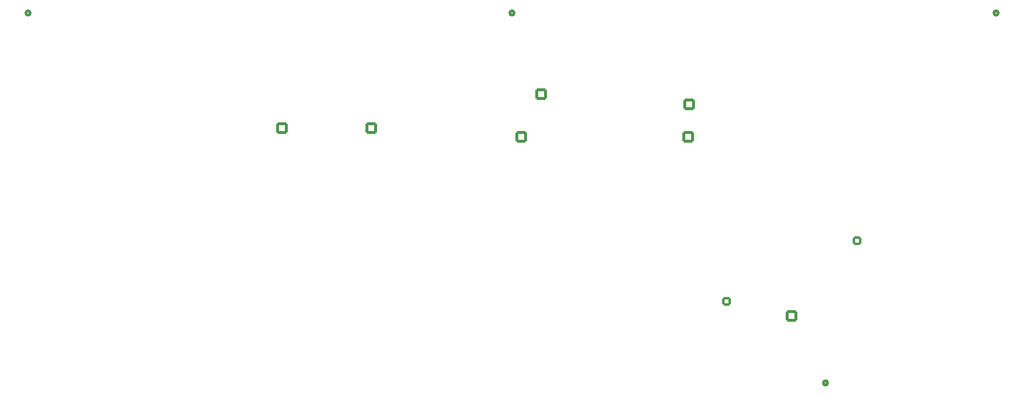
<source format=gbr>
%TF.GenerationSoftware,KiCad,Pcbnew,9.0.7*%
%TF.CreationDate,2026-02-10T17:00:28-08:00*%
%TF.ProjectId,VCU_v2,5643555f-7632-42e6-9b69-6361645f7063,rev?*%
%TF.SameCoordinates,Original*%
%TF.FileFunction,Legend,Bot*%
%TF.FilePolarity,Positive*%
%FSLAX46Y46*%
G04 Gerber Fmt 4.6, Leading zero omitted, Abs format (unit mm)*
G04 Created by KiCad (PCBNEW 9.0.7) date 2026-02-10 17:00:28*
%MOMM*%
%LPD*%
G01*
G04 APERTURE LIST*
G04 Aperture macros list*
%AMRoundRect*
0 Rectangle with rounded corners*
0 $1 Rounding radius*
0 $2 $3 $4 $5 $6 $7 $8 $9 X,Y pos of 4 corners*
0 Add a 4 corners polygon primitive as box body*
4,1,4,$2,$3,$4,$5,$6,$7,$8,$9,$2,$3,0*
0 Add four circle primitives for the rounded corners*
1,1,$1+$1,$2,$3*
1,1,$1+$1,$4,$5*
1,1,$1+$1,$6,$7*
1,1,$1+$1,$8,$9*
0 Add four rect primitives between the rounded corners*
20,1,$1+$1,$2,$3,$4,$5,0*
20,1,$1+$1,$4,$5,$6,$7,0*
20,1,$1+$1,$6,$7,$8,$9,0*
20,1,$1+$1,$8,$9,$2,$3,0*%
G04 Aperture macros list end*
%ADD10C,0.508000*%
%ADD11C,3.600000*%
%ADD12C,5.700000*%
%ADD13RoundRect,0.250000X0.750000X0.750000X-0.750000X0.750000X-0.750000X-0.750000X0.750000X-0.750000X0*%
%ADD14C,2.000000*%
%ADD15C,4.851400*%
%ADD16C,2.108200*%
%ADD17RoundRect,0.250000X-0.550000X-0.550000X0.550000X-0.550000X0.550000X0.550000X-0.550000X0.550000X0*%
%ADD18C,1.600000*%
%ADD19RoundRect,0.250000X-0.550000X0.550000X-0.550000X-0.550000X0.550000X-0.550000X0.550000X0.550000X0*%
%ADD20R,1.700000X1.700000*%
%ADD21C,1.700000*%
%ADD22C,1.574800*%
%ADD23RoundRect,0.250000X-0.750000X-0.750000X0.750000X-0.750000X0.750000X0.750000X-0.750000X0.750000X0*%
%ADD24RoundRect,0.250000X0.750000X-0.750000X0.750000X0.750000X-0.750000X0.750000X-0.750000X-0.750000X0*%
%ADD25RoundRect,0.250000X-0.750000X0.750000X-0.750000X-0.750000X0.750000X-0.750000X0.750000X0.750000X0*%
G04 APERTURE END LIST*
D10*
%TO.C,U19*%
X281243524Y-43767362D02*
G75*
G02*
X280481524Y-43767362I-381000J0D01*
G01*
X280481524Y-43767362D02*
G75*
G02*
X281243524Y-43767362I381000J0D01*
G01*
%TO.C,J2*%
X251491077Y-108306700D02*
G75*
G02*
X250729077Y-108306700I-381000J0D01*
G01*
X250729077Y-108306700D02*
G75*
G02*
X251491077Y-108306700I381000J0D01*
G01*
%TO.C,U18*%
X196788524Y-43767362D02*
G75*
G02*
X196026524Y-43767362I-381000J0D01*
G01*
X196026524Y-43767362D02*
G75*
G02*
X196788524Y-43767362I381000J0D01*
G01*
%TO.C,U17*%
X112358924Y-43767362D02*
G75*
G02*
X111596924Y-43767362I-381000J0D01*
G01*
X111596924Y-43767362D02*
G75*
G02*
X112358924Y-43767362I381000J0D01*
G01*
%TD*%
%LPC*%
D11*
%TO.C,H1*%
X274320000Y-53340000D03*
D12*
X274320000Y-53340000D03*
%TD*%
D13*
%TO.C,C65*%
X171858881Y-63813713D03*
D14*
X166858881Y-63813713D03*
%TD*%
D15*
%TO.C,U19*%
X199277724Y-40846362D03*
X276087324Y-40846362D03*
D16*
X258129524Y-43767362D03*
X252287524Y-43767362D03*
X246445524Y-43767362D03*
X240603524Y-43767362D03*
X234761524Y-43767362D03*
X228919524Y-43767362D03*
X223077524Y-43767362D03*
X217235524Y-43767362D03*
X258129524Y-37925362D03*
X252287524Y-37925362D03*
X246445524Y-37925362D03*
X240603524Y-37925362D03*
X234761524Y-37925362D03*
X228919524Y-37925362D03*
X223077524Y-37925362D03*
X217235524Y-37925362D03*
%TD*%
D17*
%TO.C,C11*%
X233801877Y-94036020D03*
D18*
X237301877Y-94036020D03*
%TD*%
D19*
%TO.C,C2*%
X256605877Y-83493369D03*
D18*
X256605877Y-86993369D03*
%TD*%
D20*
%TO.C,JP3*%
X102362000Y-60960000D03*
D21*
X102362000Y-63500000D03*
X102362000Y-66040000D03*
%TD*%
D22*
%TO.C,J2*%
X246515476Y-108306700D03*
X243515477Y-108306700D03*
X240515478Y-108306700D03*
X246515476Y-105306701D03*
X243515477Y-105306701D03*
X240515478Y-105306701D03*
%TD*%
D23*
%TO.C,C66*%
X156270881Y-63813713D03*
D14*
X161270881Y-63813713D03*
%TD*%
D20*
%TO.C,JP4*%
X108705000Y-73031000D03*
D21*
X108705000Y-75571000D03*
X108705000Y-78111000D03*
%TD*%
D20*
%TO.C,JP1*%
X29437393Y-63644027D03*
D21*
X31977393Y-63644027D03*
X34517393Y-63644027D03*
%TD*%
D20*
%TO.C,J1*%
X29395343Y-68252197D03*
D21*
X31935343Y-68252197D03*
X34475343Y-68252197D03*
X37015343Y-68252197D03*
%TD*%
D24*
%TO.C,C53*%
X227315340Y-59742124D03*
D14*
X227315340Y-54742124D03*
%TD*%
D15*
%TO.C,U18*%
X114822724Y-40846362D03*
X191632324Y-40846362D03*
D16*
X173674524Y-43767362D03*
X167832524Y-43767362D03*
X161990524Y-43767362D03*
X156148524Y-43767362D03*
X150306524Y-43767362D03*
X144464524Y-43767362D03*
X138622524Y-43767362D03*
X132780524Y-43767362D03*
X173674524Y-37925362D03*
X167832524Y-37925362D03*
X161990524Y-37925362D03*
X156148524Y-37925362D03*
X150306524Y-37925362D03*
X144464524Y-37925362D03*
X138622524Y-37925362D03*
X132780524Y-37925362D03*
%TD*%
D13*
%TO.C,C76*%
X198012660Y-65352753D03*
D14*
X193012660Y-65352753D03*
%TD*%
D11*
%TO.C,H2*%
X31002724Y-53340000D03*
D12*
X31002724Y-53340000D03*
%TD*%
D11*
%TO.C,H3*%
X274320000Y-114300000D03*
D12*
X274320000Y-114300000D03*
%TD*%
D25*
%TO.C,C61*%
X227169966Y-65385949D03*
D14*
X227169966Y-70385949D03*
%TD*%
D15*
%TO.C,U17*%
X30393124Y-40846362D03*
X107202724Y-40846362D03*
D16*
X89244924Y-43767362D03*
X83402924Y-43767362D03*
X77560924Y-43767362D03*
X71718924Y-43767362D03*
X65876924Y-43767362D03*
X60034924Y-43767362D03*
X54192924Y-43767362D03*
X48350924Y-43767362D03*
X89244924Y-37925362D03*
X83402924Y-37925362D03*
X77560924Y-37925362D03*
X71718924Y-37925362D03*
X65876924Y-37925362D03*
X60034924Y-37925362D03*
X54192924Y-37925362D03*
X48350924Y-37925362D03*
%TD*%
D11*
%TO.C,H4*%
X31002724Y-114300000D03*
D12*
X31002724Y-114300000D03*
%TD*%
D24*
%TO.C,C13*%
X245175877Y-96576020D03*
D14*
X245175877Y-91576020D03*
%TD*%
D24*
%TO.C,C80*%
X201451446Y-57914787D03*
D14*
X201451446Y-52914787D03*
%TD*%
%LPD*%
M02*

</source>
